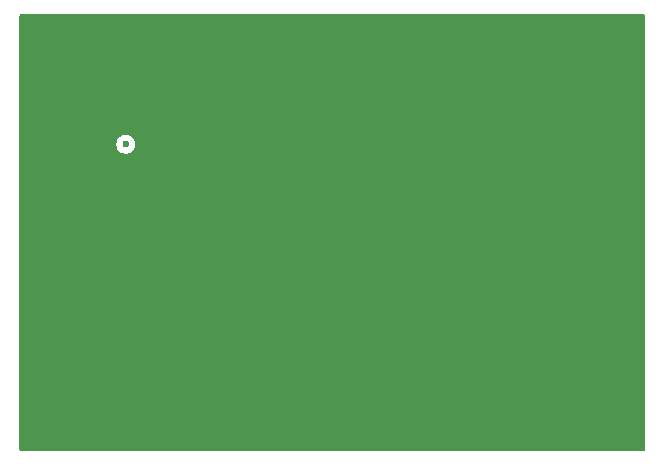
<source format=gbr>
%TF.GenerationSoftware,KiCad,Pcbnew,9.0.7*%
%TF.CreationDate,2026-02-03T13:50:29+02:00*%
%TF.ProjectId,TempMe_pcb,54656d70-4d65-45f7-9063-622e6b696361,0*%
%TF.SameCoordinates,Original*%
%TF.FileFunction,Copper,L2,Bot*%
%TF.FilePolarity,Positive*%
%FSLAX46Y46*%
G04 Gerber Fmt 4.6, Leading zero omitted, Abs format (unit mm)*
G04 Created by KiCad (PCBNEW 9.0.7) date 2026-02-03 13:50:29*
%MOMM*%
%LPD*%
G01*
G04 APERTURE LIST*
%TA.AperFunction,ViaPad*%
%ADD10C,0.600000*%
%TD*%
G04 APERTURE END LIST*
D10*
%TO.N,VCC*%
X124000000Y-99000000D03*
%TD*%
%TA.AperFunction,Conductor*%
%TO.N,Earth*%
G36*
X167943039Y-88019685D02*
G01*
X167988794Y-88072489D01*
X168000000Y-88124000D01*
X168000000Y-124876000D01*
X167980315Y-124943039D01*
X167927511Y-124988794D01*
X167876000Y-125000000D01*
X115124000Y-125000000D01*
X115056961Y-124980315D01*
X115011206Y-124927511D01*
X115000000Y-124876000D01*
X115000000Y-98921153D01*
X123199500Y-98921153D01*
X123199500Y-99078846D01*
X123230261Y-99233489D01*
X123230264Y-99233501D01*
X123290602Y-99379172D01*
X123290609Y-99379185D01*
X123378210Y-99510288D01*
X123378213Y-99510292D01*
X123489707Y-99621786D01*
X123489711Y-99621789D01*
X123620814Y-99709390D01*
X123620827Y-99709397D01*
X123766498Y-99769735D01*
X123766503Y-99769737D01*
X123921153Y-99800499D01*
X123921156Y-99800500D01*
X123921158Y-99800500D01*
X124078844Y-99800500D01*
X124078845Y-99800499D01*
X124233497Y-99769737D01*
X124379179Y-99709394D01*
X124510289Y-99621789D01*
X124621789Y-99510289D01*
X124709394Y-99379179D01*
X124769737Y-99233497D01*
X124800500Y-99078842D01*
X124800500Y-98921158D01*
X124800500Y-98921155D01*
X124800499Y-98921153D01*
X124769738Y-98766510D01*
X124769737Y-98766503D01*
X124769735Y-98766498D01*
X124709397Y-98620827D01*
X124709390Y-98620814D01*
X124621789Y-98489711D01*
X124621786Y-98489707D01*
X124510292Y-98378213D01*
X124510288Y-98378210D01*
X124379185Y-98290609D01*
X124379172Y-98290602D01*
X124233501Y-98230264D01*
X124233489Y-98230261D01*
X124078845Y-98199500D01*
X124078842Y-98199500D01*
X123921158Y-98199500D01*
X123921155Y-98199500D01*
X123766510Y-98230261D01*
X123766498Y-98230264D01*
X123620827Y-98290602D01*
X123620814Y-98290609D01*
X123489711Y-98378210D01*
X123489707Y-98378213D01*
X123378213Y-98489707D01*
X123378210Y-98489711D01*
X123290609Y-98620814D01*
X123290602Y-98620827D01*
X123230264Y-98766498D01*
X123230261Y-98766510D01*
X123199500Y-98921153D01*
X115000000Y-98921153D01*
X115000000Y-88124000D01*
X115019685Y-88056961D01*
X115072489Y-88011206D01*
X115124000Y-88000000D01*
X167876000Y-88000000D01*
X167943039Y-88019685D01*
G37*
%TD.AperFunction*%
%TD*%
M02*

</source>
